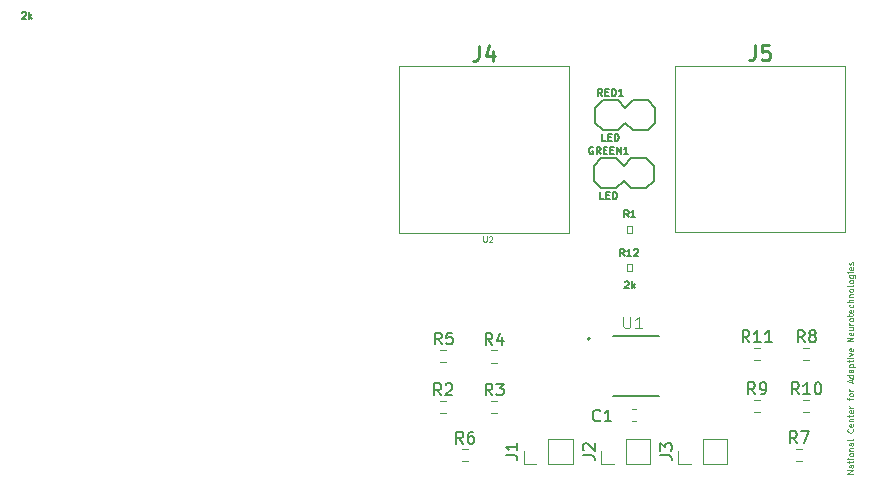
<source format=gbr>
%TF.GenerationSoftware,KiCad,Pcbnew,(5.99.0-9773-gf428ce03f2)*%
%TF.CreationDate,2021-05-10T10:20:16-04:00*%
%TF.ProjectId,D5XAMP_v4,44355841-4d50-45f7-9634-2e6b69636164,rev?*%
%TF.SameCoordinates,Original*%
%TF.FileFunction,Legend,Top*%
%TF.FilePolarity,Positive*%
%FSLAX46Y46*%
G04 Gerber Fmt 4.6, Leading zero omitted, Abs format (unit mm)*
G04 Created by KiCad (PCBNEW (5.99.0-9773-gf428ce03f2)) date 2021-05-10 10:20:16*
%MOMM*%
%LPD*%
G01*
G04 APERTURE LIST*
%ADD10C,0.125000*%
%ADD11C,0.150000*%
%ADD12C,0.127000*%
%ADD13C,0.015000*%
%ADD14C,0.254000*%
%ADD15C,0.120000*%
%ADD16C,0.203200*%
%ADD17C,0.066040*%
%ADD18C,0.100000*%
%ADD19C,0.200000*%
G04 APERTURE END LIST*
D10*
X60346190Y-53230476D02*
X59846190Y-53230476D01*
X60346190Y-52944761D01*
X59846190Y-52944761D01*
X60346190Y-52492380D02*
X60084285Y-52492380D01*
X60036666Y-52516190D01*
X60012857Y-52563809D01*
X60012857Y-52659047D01*
X60036666Y-52706666D01*
X60322380Y-52492380D02*
X60346190Y-52540000D01*
X60346190Y-52659047D01*
X60322380Y-52706666D01*
X60274761Y-52730476D01*
X60227142Y-52730476D01*
X60179523Y-52706666D01*
X60155714Y-52659047D01*
X60155714Y-52540000D01*
X60131904Y-52492380D01*
X60012857Y-52325714D02*
X60012857Y-52135238D01*
X59846190Y-52254285D02*
X60274761Y-52254285D01*
X60322380Y-52230476D01*
X60346190Y-52182857D01*
X60346190Y-52135238D01*
X60346190Y-51968571D02*
X60012857Y-51968571D01*
X59846190Y-51968571D02*
X59870000Y-51992380D01*
X59893809Y-51968571D01*
X59870000Y-51944761D01*
X59846190Y-51968571D01*
X59893809Y-51968571D01*
X60346190Y-51659047D02*
X60322380Y-51706666D01*
X60298571Y-51730476D01*
X60250952Y-51754285D01*
X60108095Y-51754285D01*
X60060476Y-51730476D01*
X60036666Y-51706666D01*
X60012857Y-51659047D01*
X60012857Y-51587619D01*
X60036666Y-51540000D01*
X60060476Y-51516190D01*
X60108095Y-51492380D01*
X60250952Y-51492380D01*
X60298571Y-51516190D01*
X60322380Y-51540000D01*
X60346190Y-51587619D01*
X60346190Y-51659047D01*
X60012857Y-51278095D02*
X60346190Y-51278095D01*
X60060476Y-51278095D02*
X60036666Y-51254285D01*
X60012857Y-51206666D01*
X60012857Y-51135238D01*
X60036666Y-51087619D01*
X60084285Y-51063809D01*
X60346190Y-51063809D01*
X60346190Y-50611428D02*
X60084285Y-50611428D01*
X60036666Y-50635238D01*
X60012857Y-50682857D01*
X60012857Y-50778095D01*
X60036666Y-50825714D01*
X60322380Y-50611428D02*
X60346190Y-50659047D01*
X60346190Y-50778095D01*
X60322380Y-50825714D01*
X60274761Y-50849523D01*
X60227142Y-50849523D01*
X60179523Y-50825714D01*
X60155714Y-50778095D01*
X60155714Y-50659047D01*
X60131904Y-50611428D01*
X60346190Y-50301904D02*
X60322380Y-50349523D01*
X60274761Y-50373333D01*
X59846190Y-50373333D01*
X60298571Y-49444761D02*
X60322380Y-49468571D01*
X60346190Y-49540000D01*
X60346190Y-49587619D01*
X60322380Y-49659047D01*
X60274761Y-49706666D01*
X60227142Y-49730476D01*
X60131904Y-49754285D01*
X60060476Y-49754285D01*
X59965238Y-49730476D01*
X59917619Y-49706666D01*
X59870000Y-49659047D01*
X59846190Y-49587619D01*
X59846190Y-49540000D01*
X59870000Y-49468571D01*
X59893809Y-49444761D01*
X60322380Y-49040000D02*
X60346190Y-49087619D01*
X60346190Y-49182857D01*
X60322380Y-49230476D01*
X60274761Y-49254285D01*
X60084285Y-49254285D01*
X60036666Y-49230476D01*
X60012857Y-49182857D01*
X60012857Y-49087619D01*
X60036666Y-49040000D01*
X60084285Y-49016190D01*
X60131904Y-49016190D01*
X60179523Y-49254285D01*
X60012857Y-48801904D02*
X60346190Y-48801904D01*
X60060476Y-48801904D02*
X60036666Y-48778095D01*
X60012857Y-48730476D01*
X60012857Y-48659047D01*
X60036666Y-48611428D01*
X60084285Y-48587619D01*
X60346190Y-48587619D01*
X60012857Y-48420952D02*
X60012857Y-48230476D01*
X59846190Y-48349523D02*
X60274761Y-48349523D01*
X60322380Y-48325714D01*
X60346190Y-48278095D01*
X60346190Y-48230476D01*
X60322380Y-47873333D02*
X60346190Y-47920952D01*
X60346190Y-48016190D01*
X60322380Y-48063809D01*
X60274761Y-48087619D01*
X60084285Y-48087619D01*
X60036666Y-48063809D01*
X60012857Y-48016190D01*
X60012857Y-47920952D01*
X60036666Y-47873333D01*
X60084285Y-47849523D01*
X60131904Y-47849523D01*
X60179523Y-48087619D01*
X60346190Y-47635238D02*
X60012857Y-47635238D01*
X60108095Y-47635238D02*
X60060476Y-47611428D01*
X60036666Y-47587619D01*
X60012857Y-47540000D01*
X60012857Y-47492380D01*
X60012857Y-47016190D02*
X60012857Y-46825714D01*
X60346190Y-46944761D02*
X59917619Y-46944761D01*
X59870000Y-46920952D01*
X59846190Y-46873333D01*
X59846190Y-46825714D01*
X60346190Y-46587619D02*
X60322380Y-46635238D01*
X60298571Y-46659047D01*
X60250952Y-46682857D01*
X60108095Y-46682857D01*
X60060476Y-46659047D01*
X60036666Y-46635238D01*
X60012857Y-46587619D01*
X60012857Y-46516190D01*
X60036666Y-46468571D01*
X60060476Y-46444761D01*
X60108095Y-46420952D01*
X60250952Y-46420952D01*
X60298571Y-46444761D01*
X60322380Y-46468571D01*
X60346190Y-46516190D01*
X60346190Y-46587619D01*
X60346190Y-46206666D02*
X60012857Y-46206666D01*
X60108095Y-46206666D02*
X60060476Y-46182857D01*
X60036666Y-46159047D01*
X60012857Y-46111428D01*
X60012857Y-46063809D01*
X60203333Y-45540000D02*
X60203333Y-45301904D01*
X60346190Y-45587619D02*
X59846190Y-45420952D01*
X60346190Y-45254285D01*
X60346190Y-44873333D02*
X59846190Y-44873333D01*
X60322380Y-44873333D02*
X60346190Y-44920952D01*
X60346190Y-45016190D01*
X60322380Y-45063809D01*
X60298571Y-45087619D01*
X60250952Y-45111428D01*
X60108095Y-45111428D01*
X60060476Y-45087619D01*
X60036666Y-45063809D01*
X60012857Y-45016190D01*
X60012857Y-44920952D01*
X60036666Y-44873333D01*
X60346190Y-44420952D02*
X60084285Y-44420952D01*
X60036666Y-44444761D01*
X60012857Y-44492380D01*
X60012857Y-44587619D01*
X60036666Y-44635238D01*
X60322380Y-44420952D02*
X60346190Y-44468571D01*
X60346190Y-44587619D01*
X60322380Y-44635238D01*
X60274761Y-44659047D01*
X60227142Y-44659047D01*
X60179523Y-44635238D01*
X60155714Y-44587619D01*
X60155714Y-44468571D01*
X60131904Y-44420952D01*
X60012857Y-44182857D02*
X60512857Y-44182857D01*
X60036666Y-44182857D02*
X60012857Y-44135238D01*
X60012857Y-44040000D01*
X60036666Y-43992380D01*
X60060476Y-43968571D01*
X60108095Y-43944761D01*
X60250952Y-43944761D01*
X60298571Y-43968571D01*
X60322380Y-43992380D01*
X60346190Y-44040000D01*
X60346190Y-44135238D01*
X60322380Y-44182857D01*
X60012857Y-43801904D02*
X60012857Y-43611428D01*
X59846190Y-43730476D02*
X60274761Y-43730476D01*
X60322380Y-43706666D01*
X60346190Y-43659047D01*
X60346190Y-43611428D01*
X60346190Y-43444761D02*
X60012857Y-43444761D01*
X59846190Y-43444761D02*
X59870000Y-43468571D01*
X59893809Y-43444761D01*
X59870000Y-43420952D01*
X59846190Y-43444761D01*
X59893809Y-43444761D01*
X60012857Y-43254285D02*
X60346190Y-43135238D01*
X60012857Y-43016190D01*
X60322380Y-42635238D02*
X60346190Y-42682857D01*
X60346190Y-42778095D01*
X60322380Y-42825714D01*
X60274761Y-42849523D01*
X60084285Y-42849523D01*
X60036666Y-42825714D01*
X60012857Y-42778095D01*
X60012857Y-42682857D01*
X60036666Y-42635238D01*
X60084285Y-42611428D01*
X60131904Y-42611428D01*
X60179523Y-42849523D01*
X60346190Y-42016190D02*
X59846190Y-42016190D01*
X60346190Y-41730476D01*
X59846190Y-41730476D01*
X60322380Y-41301904D02*
X60346190Y-41349523D01*
X60346190Y-41444761D01*
X60322380Y-41492380D01*
X60274761Y-41516190D01*
X60084285Y-41516190D01*
X60036666Y-41492380D01*
X60012857Y-41444761D01*
X60012857Y-41349523D01*
X60036666Y-41301904D01*
X60084285Y-41278095D01*
X60131904Y-41278095D01*
X60179523Y-41516190D01*
X60012857Y-40849523D02*
X60346190Y-40849523D01*
X60012857Y-41063809D02*
X60274761Y-41063809D01*
X60322380Y-41040000D01*
X60346190Y-40992380D01*
X60346190Y-40920952D01*
X60322380Y-40873333D01*
X60298571Y-40849523D01*
X60346190Y-40611428D02*
X60012857Y-40611428D01*
X60108095Y-40611428D02*
X60060476Y-40587619D01*
X60036666Y-40563809D01*
X60012857Y-40516190D01*
X60012857Y-40468571D01*
X60346190Y-40230476D02*
X60322380Y-40278095D01*
X60298571Y-40301904D01*
X60250952Y-40325714D01*
X60108095Y-40325714D01*
X60060476Y-40301904D01*
X60036666Y-40278095D01*
X60012857Y-40230476D01*
X60012857Y-40159047D01*
X60036666Y-40111428D01*
X60060476Y-40087619D01*
X60108095Y-40063809D01*
X60250952Y-40063809D01*
X60298571Y-40087619D01*
X60322380Y-40111428D01*
X60346190Y-40159047D01*
X60346190Y-40230476D01*
X60012857Y-39920952D02*
X60012857Y-39730476D01*
X59846190Y-39849523D02*
X60274761Y-39849523D01*
X60322380Y-39825714D01*
X60346190Y-39778095D01*
X60346190Y-39730476D01*
X60322380Y-39373333D02*
X60346190Y-39420952D01*
X60346190Y-39516190D01*
X60322380Y-39563809D01*
X60274761Y-39587619D01*
X60084285Y-39587619D01*
X60036666Y-39563809D01*
X60012857Y-39516190D01*
X60012857Y-39420952D01*
X60036666Y-39373333D01*
X60084285Y-39349523D01*
X60131904Y-39349523D01*
X60179523Y-39587619D01*
X60322380Y-38920952D02*
X60346190Y-38968571D01*
X60346190Y-39063809D01*
X60322380Y-39111428D01*
X60298571Y-39135238D01*
X60250952Y-39159047D01*
X60108095Y-39159047D01*
X60060476Y-39135238D01*
X60036666Y-39111428D01*
X60012857Y-39063809D01*
X60012857Y-38968571D01*
X60036666Y-38920952D01*
X60346190Y-38706666D02*
X59846190Y-38706666D01*
X60346190Y-38492380D02*
X60084285Y-38492380D01*
X60036666Y-38516190D01*
X60012857Y-38563809D01*
X60012857Y-38635238D01*
X60036666Y-38682857D01*
X60060476Y-38706666D01*
X60012857Y-38254285D02*
X60346190Y-38254285D01*
X60060476Y-38254285D02*
X60036666Y-38230476D01*
X60012857Y-38182857D01*
X60012857Y-38111428D01*
X60036666Y-38063809D01*
X60084285Y-38040000D01*
X60346190Y-38040000D01*
X60346190Y-37730476D02*
X60322380Y-37778095D01*
X60298571Y-37801904D01*
X60250952Y-37825714D01*
X60108095Y-37825714D01*
X60060476Y-37801904D01*
X60036666Y-37778095D01*
X60012857Y-37730476D01*
X60012857Y-37659047D01*
X60036666Y-37611428D01*
X60060476Y-37587619D01*
X60108095Y-37563809D01*
X60250952Y-37563809D01*
X60298571Y-37587619D01*
X60322380Y-37611428D01*
X60346190Y-37659047D01*
X60346190Y-37730476D01*
X60346190Y-37278095D02*
X60322380Y-37325714D01*
X60274761Y-37349523D01*
X59846190Y-37349523D01*
X60346190Y-37016190D02*
X60322380Y-37063809D01*
X60298571Y-37087619D01*
X60250952Y-37111428D01*
X60108095Y-37111428D01*
X60060476Y-37087619D01*
X60036666Y-37063809D01*
X60012857Y-37016190D01*
X60012857Y-36944761D01*
X60036666Y-36897142D01*
X60060476Y-36873333D01*
X60108095Y-36849523D01*
X60250952Y-36849523D01*
X60298571Y-36873333D01*
X60322380Y-36897142D01*
X60346190Y-36944761D01*
X60346190Y-37016190D01*
X60012857Y-36420952D02*
X60417619Y-36420952D01*
X60465238Y-36444761D01*
X60489047Y-36468571D01*
X60512857Y-36516190D01*
X60512857Y-36587619D01*
X60489047Y-36635238D01*
X60322380Y-36420952D02*
X60346190Y-36468571D01*
X60346190Y-36563809D01*
X60322380Y-36611428D01*
X60298571Y-36635238D01*
X60250952Y-36659047D01*
X60108095Y-36659047D01*
X60060476Y-36635238D01*
X60036666Y-36611428D01*
X60012857Y-36563809D01*
X60012857Y-36468571D01*
X60036666Y-36420952D01*
X60346190Y-36182857D02*
X60012857Y-36182857D01*
X59846190Y-36182857D02*
X59870000Y-36206666D01*
X59893809Y-36182857D01*
X59870000Y-36159047D01*
X59846190Y-36182857D01*
X59893809Y-36182857D01*
X60322380Y-35754285D02*
X60346190Y-35801904D01*
X60346190Y-35897142D01*
X60322380Y-35944761D01*
X60274761Y-35968571D01*
X60084285Y-35968571D01*
X60036666Y-35944761D01*
X60012857Y-35897142D01*
X60012857Y-35801904D01*
X60036666Y-35754285D01*
X60084285Y-35730476D01*
X60131904Y-35730476D01*
X60179523Y-35968571D01*
X60322380Y-35540000D02*
X60346190Y-35492380D01*
X60346190Y-35397142D01*
X60322380Y-35349523D01*
X60274761Y-35325714D01*
X60250952Y-35325714D01*
X60203333Y-35349523D01*
X60179523Y-35397142D01*
X60179523Y-35468571D01*
X60155714Y-35516190D01*
X60108095Y-35540000D01*
X60084285Y-35540000D01*
X60036666Y-35516190D01*
X60012857Y-35468571D01*
X60012857Y-35397142D01*
X60036666Y-35349523D01*
D11*
%TO.C,R9*%
X52033333Y-46502380D02*
X51700000Y-46026190D01*
X51461904Y-46502380D02*
X51461904Y-45502380D01*
X51842857Y-45502380D01*
X51938095Y-45550000D01*
X51985714Y-45597619D01*
X52033333Y-45692857D01*
X52033333Y-45835714D01*
X51985714Y-45930952D01*
X51938095Y-45978571D01*
X51842857Y-46026190D01*
X51461904Y-46026190D01*
X52509523Y-46502380D02*
X52700000Y-46502380D01*
X52795238Y-46454761D01*
X52842857Y-46407142D01*
X52938095Y-46264285D01*
X52985714Y-46073809D01*
X52985714Y-45692857D01*
X52938095Y-45597619D01*
X52890476Y-45550000D01*
X52795238Y-45502380D01*
X52604761Y-45502380D01*
X52509523Y-45550000D01*
X52461904Y-45597619D01*
X52414285Y-45692857D01*
X52414285Y-45930952D01*
X52461904Y-46026190D01*
X52509523Y-46073809D01*
X52604761Y-46121428D01*
X52795238Y-46121428D01*
X52890476Y-46073809D01*
X52938095Y-46026190D01*
X52985714Y-45930952D01*
%TO.C,R8*%
X56223333Y-42102380D02*
X55890000Y-41626190D01*
X55651904Y-42102380D02*
X55651904Y-41102380D01*
X56032857Y-41102380D01*
X56128095Y-41150000D01*
X56175714Y-41197619D01*
X56223333Y-41292857D01*
X56223333Y-41435714D01*
X56175714Y-41530952D01*
X56128095Y-41578571D01*
X56032857Y-41626190D01*
X55651904Y-41626190D01*
X56794761Y-41530952D02*
X56699523Y-41483333D01*
X56651904Y-41435714D01*
X56604285Y-41340476D01*
X56604285Y-41292857D01*
X56651904Y-41197619D01*
X56699523Y-41150000D01*
X56794761Y-41102380D01*
X56985238Y-41102380D01*
X57080476Y-41150000D01*
X57128095Y-41197619D01*
X57175714Y-41292857D01*
X57175714Y-41340476D01*
X57128095Y-41435714D01*
X57080476Y-41483333D01*
X56985238Y-41530952D01*
X56794761Y-41530952D01*
X56699523Y-41578571D01*
X56651904Y-41626190D01*
X56604285Y-41721428D01*
X56604285Y-41911904D01*
X56651904Y-42007142D01*
X56699523Y-42054761D01*
X56794761Y-42102380D01*
X56985238Y-42102380D01*
X57080476Y-42054761D01*
X57128095Y-42007142D01*
X57175714Y-41911904D01*
X57175714Y-41721428D01*
X57128095Y-41626190D01*
X57080476Y-41578571D01*
X56985238Y-41530952D01*
%TO.C,J2*%
X37462380Y-51673333D02*
X38176666Y-51673333D01*
X38319523Y-51720952D01*
X38414761Y-51816190D01*
X38462380Y-51959047D01*
X38462380Y-52054285D01*
X37557619Y-51244761D02*
X37510000Y-51197142D01*
X37462380Y-51101904D01*
X37462380Y-50863809D01*
X37510000Y-50768571D01*
X37557619Y-50720952D01*
X37652857Y-50673333D01*
X37748095Y-50673333D01*
X37890952Y-50720952D01*
X38462380Y-51292380D01*
X38462380Y-50673333D01*
D12*
%TO.C,GREEN1*%
X38323714Y-25590200D02*
X38265657Y-25561171D01*
X38178571Y-25561171D01*
X38091485Y-25590200D01*
X38033428Y-25648257D01*
X38004400Y-25706314D01*
X37975371Y-25822428D01*
X37975371Y-25909514D01*
X38004400Y-26025628D01*
X38033428Y-26083685D01*
X38091485Y-26141742D01*
X38178571Y-26170771D01*
X38236628Y-26170771D01*
X38323714Y-26141742D01*
X38352742Y-26112714D01*
X38352742Y-25909514D01*
X38236628Y-25909514D01*
X38962342Y-26170771D02*
X38759142Y-25880485D01*
X38614000Y-26170771D02*
X38614000Y-25561171D01*
X38846228Y-25561171D01*
X38904285Y-25590200D01*
X38933314Y-25619228D01*
X38962342Y-25677285D01*
X38962342Y-25764371D01*
X38933314Y-25822428D01*
X38904285Y-25851457D01*
X38846228Y-25880485D01*
X38614000Y-25880485D01*
X39223600Y-25851457D02*
X39426800Y-25851457D01*
X39513885Y-26170771D02*
X39223600Y-26170771D01*
X39223600Y-25561171D01*
X39513885Y-25561171D01*
X39775142Y-25851457D02*
X39978342Y-25851457D01*
X40065428Y-26170771D02*
X39775142Y-26170771D01*
X39775142Y-25561171D01*
X40065428Y-25561171D01*
X40326685Y-26170771D02*
X40326685Y-25561171D01*
X40675028Y-26170771D01*
X40675028Y-25561171D01*
X41284628Y-26170771D02*
X40936285Y-26170771D01*
X41110457Y-26170771D02*
X41110457Y-25561171D01*
X41052400Y-25648257D01*
X40994342Y-25706314D01*
X40936285Y-25735342D01*
X39238114Y-29980771D02*
X38947828Y-29980771D01*
X38947828Y-29371171D01*
X39441314Y-29661457D02*
X39644514Y-29661457D01*
X39731600Y-29980771D02*
X39441314Y-29980771D01*
X39441314Y-29371171D01*
X39731600Y-29371171D01*
X39992857Y-29980771D02*
X39992857Y-29371171D01*
X40138000Y-29371171D01*
X40225085Y-29400200D01*
X40283142Y-29458257D01*
X40312171Y-29516314D01*
X40341200Y-29632428D01*
X40341200Y-29719514D01*
X40312171Y-29835628D01*
X40283142Y-29893685D01*
X40225085Y-29951742D01*
X40138000Y-29980771D01*
X39992857Y-29980771D01*
%TO.C,R12*%
X40986474Y-34805771D02*
X40783274Y-34515485D01*
X40638131Y-34805771D02*
X40638131Y-34196171D01*
X40870360Y-34196171D01*
X40928417Y-34225200D01*
X40957445Y-34254228D01*
X40986474Y-34312285D01*
X40986474Y-34399371D01*
X40957445Y-34457428D01*
X40928417Y-34486457D01*
X40870360Y-34515485D01*
X40638131Y-34515485D01*
X41567045Y-34805771D02*
X41218702Y-34805771D01*
X41392874Y-34805771D02*
X41392874Y-34196171D01*
X41334817Y-34283257D01*
X41276760Y-34341314D01*
X41218702Y-34370342D01*
X41799274Y-34254228D02*
X41828302Y-34225200D01*
X41886360Y-34196171D01*
X42031502Y-34196171D01*
X42089560Y-34225200D01*
X42118588Y-34254228D01*
X42147617Y-34312285D01*
X42147617Y-34370342D01*
X42118588Y-34457428D01*
X41770245Y-34805771D01*
X42147617Y-34805771D01*
X41009085Y-36994228D02*
X41038114Y-36965200D01*
X41096171Y-36936171D01*
X41241314Y-36936171D01*
X41299371Y-36965200D01*
X41328400Y-36994228D01*
X41357428Y-37052285D01*
X41357428Y-37110342D01*
X41328400Y-37197428D01*
X40980057Y-37545771D01*
X41357428Y-37545771D01*
X41618685Y-37545771D02*
X41618685Y-36936171D01*
X41676742Y-37313542D02*
X41850914Y-37545771D01*
X41850914Y-37139371D02*
X41618685Y-37371600D01*
%TO.C,RED1*%
X39107828Y-21270771D02*
X38904628Y-20980485D01*
X38759485Y-21270771D02*
X38759485Y-20661171D01*
X38991714Y-20661171D01*
X39049771Y-20690200D01*
X39078800Y-20719228D01*
X39107828Y-20777285D01*
X39107828Y-20864371D01*
X39078800Y-20922428D01*
X39049771Y-20951457D01*
X38991714Y-20980485D01*
X38759485Y-20980485D01*
X39369085Y-20951457D02*
X39572285Y-20951457D01*
X39659371Y-21270771D02*
X39369085Y-21270771D01*
X39369085Y-20661171D01*
X39659371Y-20661171D01*
X39920628Y-21270771D02*
X39920628Y-20661171D01*
X40065771Y-20661171D01*
X40152857Y-20690200D01*
X40210914Y-20748257D01*
X40239942Y-20806314D01*
X40268971Y-20922428D01*
X40268971Y-21009514D01*
X40239942Y-21125628D01*
X40210914Y-21183685D01*
X40152857Y-21241742D01*
X40065771Y-21270771D01*
X39920628Y-21270771D01*
X40849542Y-21270771D02*
X40501200Y-21270771D01*
X40675371Y-21270771D02*
X40675371Y-20661171D01*
X40617314Y-20748257D01*
X40559257Y-20806314D01*
X40501200Y-20835342D01*
X39398114Y-25080771D02*
X39107828Y-25080771D01*
X39107828Y-24471171D01*
X39601314Y-24761457D02*
X39804514Y-24761457D01*
X39891600Y-25080771D02*
X39601314Y-25080771D01*
X39601314Y-24471171D01*
X39891600Y-24471171D01*
X40152857Y-25080771D02*
X40152857Y-24471171D01*
X40298000Y-24471171D01*
X40385085Y-24500200D01*
X40443142Y-24558257D01*
X40472171Y-24616314D01*
X40501200Y-24732428D01*
X40501200Y-24819514D01*
X40472171Y-24935628D01*
X40443142Y-24993685D01*
X40385085Y-25051742D01*
X40298000Y-25080771D01*
X40152857Y-25080771D01*
D13*
%TO.C,U2*%
X29033871Y-33137893D02*
X29033871Y-33526936D01*
X29056756Y-33572706D01*
X29079641Y-33595591D01*
X29125411Y-33618476D01*
X29216950Y-33618476D01*
X29262720Y-33595591D01*
X29285605Y-33572706D01*
X29308490Y-33526936D01*
X29308490Y-33137893D01*
X29514454Y-33183663D02*
X29537339Y-33160778D01*
X29583109Y-33137893D01*
X29697533Y-33137893D01*
X29743303Y-33160778D01*
X29766188Y-33183663D01*
X29789073Y-33229433D01*
X29789073Y-33275203D01*
X29766188Y-33343857D01*
X29491569Y-33618476D01*
X29789073Y-33618476D01*
D11*
%TO.C,J3*%
X44002380Y-51673333D02*
X44716666Y-51673333D01*
X44859523Y-51720952D01*
X44954761Y-51816190D01*
X45002380Y-51959047D01*
X45002380Y-52054285D01*
X44002380Y-51292380D02*
X44002380Y-50673333D01*
X44383333Y-51006666D01*
X44383333Y-50863809D01*
X44430952Y-50768571D01*
X44478571Y-50720952D01*
X44573809Y-50673333D01*
X44811904Y-50673333D01*
X44907142Y-50720952D01*
X44954761Y-50768571D01*
X45002380Y-50863809D01*
X45002380Y-51149523D01*
X44954761Y-51244761D01*
X44907142Y-51292380D01*
%TO.C,R4*%
X29795833Y-42332380D02*
X29462500Y-41856190D01*
X29224404Y-42332380D02*
X29224404Y-41332380D01*
X29605357Y-41332380D01*
X29700595Y-41380000D01*
X29748214Y-41427619D01*
X29795833Y-41522857D01*
X29795833Y-41665714D01*
X29748214Y-41760952D01*
X29700595Y-41808571D01*
X29605357Y-41856190D01*
X29224404Y-41856190D01*
X30652976Y-41665714D02*
X30652976Y-42332380D01*
X30414880Y-41284761D02*
X30176785Y-41999047D01*
X30795833Y-41999047D01*
%TO.C,R2*%
X25455833Y-46592380D02*
X25122500Y-46116190D01*
X24884404Y-46592380D02*
X24884404Y-45592380D01*
X25265357Y-45592380D01*
X25360595Y-45640000D01*
X25408214Y-45687619D01*
X25455833Y-45782857D01*
X25455833Y-45925714D01*
X25408214Y-46020952D01*
X25360595Y-46068571D01*
X25265357Y-46116190D01*
X24884404Y-46116190D01*
X25836785Y-45687619D02*
X25884404Y-45640000D01*
X25979642Y-45592380D01*
X26217738Y-45592380D01*
X26312976Y-45640000D01*
X26360595Y-45687619D01*
X26408214Y-45782857D01*
X26408214Y-45878095D01*
X26360595Y-46020952D01*
X25789166Y-46592380D01*
X26408214Y-46592380D01*
%TO.C,R3*%
X29785833Y-46602380D02*
X29452500Y-46126190D01*
X29214404Y-46602380D02*
X29214404Y-45602380D01*
X29595357Y-45602380D01*
X29690595Y-45650000D01*
X29738214Y-45697619D01*
X29785833Y-45792857D01*
X29785833Y-45935714D01*
X29738214Y-46030952D01*
X29690595Y-46078571D01*
X29595357Y-46126190D01*
X29214404Y-46126190D01*
X30119166Y-45602380D02*
X30738214Y-45602380D01*
X30404880Y-45983333D01*
X30547738Y-45983333D01*
X30642976Y-46030952D01*
X30690595Y-46078571D01*
X30738214Y-46173809D01*
X30738214Y-46411904D01*
X30690595Y-46507142D01*
X30642976Y-46554761D01*
X30547738Y-46602380D01*
X30262023Y-46602380D01*
X30166785Y-46554761D01*
X30119166Y-46507142D01*
D14*
%TO.C,J5*%
X52046666Y-16958255D02*
X52046666Y-17865398D01*
X51986190Y-18046827D01*
X51865238Y-18167779D01*
X51683809Y-18228255D01*
X51562857Y-18228255D01*
X53256190Y-16958255D02*
X52651428Y-16958255D01*
X52590952Y-17563017D01*
X52651428Y-17502541D01*
X52772380Y-17442065D01*
X53074761Y-17442065D01*
X53195714Y-17502541D01*
X53256190Y-17563017D01*
X53316666Y-17683970D01*
X53316666Y-17986351D01*
X53256190Y-18107303D01*
X53195714Y-18167779D01*
X53074761Y-18228255D01*
X52772380Y-18228255D01*
X52651428Y-18167779D01*
X52590952Y-18107303D01*
D13*
%TO.C,U1*%
X40893095Y-39927380D02*
X40893095Y-40736904D01*
X40940714Y-40832142D01*
X40988333Y-40879761D01*
X41083571Y-40927380D01*
X41274047Y-40927380D01*
X41369285Y-40879761D01*
X41416904Y-40832142D01*
X41464523Y-40736904D01*
X41464523Y-39927380D01*
X42464523Y-40927380D02*
X41893095Y-40927380D01*
X42178809Y-40927380D02*
X42178809Y-39927380D01*
X42083571Y-40070238D01*
X41988333Y-40165476D01*
X41893095Y-40213095D01*
D11*
%TO.C,R7*%
X55583333Y-50652380D02*
X55250000Y-50176190D01*
X55011904Y-50652380D02*
X55011904Y-49652380D01*
X55392857Y-49652380D01*
X55488095Y-49700000D01*
X55535714Y-49747619D01*
X55583333Y-49842857D01*
X55583333Y-49985714D01*
X55535714Y-50080952D01*
X55488095Y-50128571D01*
X55392857Y-50176190D01*
X55011904Y-50176190D01*
X55916666Y-49652380D02*
X56583333Y-49652380D01*
X56154761Y-50652380D01*
D12*
%TO.C,R1*%
X41328400Y-31525771D02*
X41125200Y-31235485D01*
X40980057Y-31525771D02*
X40980057Y-30916171D01*
X41212285Y-30916171D01*
X41270342Y-30945200D01*
X41299371Y-30974228D01*
X41328400Y-31032285D01*
X41328400Y-31119371D01*
X41299371Y-31177428D01*
X41270342Y-31206457D01*
X41212285Y-31235485D01*
X40980057Y-31235485D01*
X41908971Y-31525771D02*
X41560628Y-31525771D01*
X41734800Y-31525771D02*
X41734800Y-30916171D01*
X41676742Y-31003257D01*
X41618685Y-31061314D01*
X41560628Y-31090342D01*
X-10030914Y-14204228D02*
X-10001885Y-14175200D01*
X-9943828Y-14146171D01*
X-9798685Y-14146171D01*
X-9740628Y-14175200D01*
X-9711600Y-14204228D01*
X-9682571Y-14262285D01*
X-9682571Y-14320342D01*
X-9711600Y-14407428D01*
X-10059942Y-14755771D01*
X-9682571Y-14755771D01*
X-9421314Y-14755771D02*
X-9421314Y-14146171D01*
X-9363257Y-14523542D02*
X-9189085Y-14755771D01*
X-9189085Y-14349371D02*
X-9421314Y-14581600D01*
D11*
%TO.C,R11*%
X51557142Y-42102380D02*
X51223809Y-41626190D01*
X50985714Y-42102380D02*
X50985714Y-41102380D01*
X51366666Y-41102380D01*
X51461904Y-41150000D01*
X51509523Y-41197619D01*
X51557142Y-41292857D01*
X51557142Y-41435714D01*
X51509523Y-41530952D01*
X51461904Y-41578571D01*
X51366666Y-41626190D01*
X50985714Y-41626190D01*
X52509523Y-42102380D02*
X51938095Y-42102380D01*
X52223809Y-42102380D02*
X52223809Y-41102380D01*
X52128571Y-41245238D01*
X52033333Y-41340476D01*
X51938095Y-41388095D01*
X53461904Y-42102380D02*
X52890476Y-42102380D01*
X53176190Y-42102380D02*
X53176190Y-41102380D01*
X53080952Y-41245238D01*
X52985714Y-41340476D01*
X52890476Y-41388095D01*
%TO.C,R10*%
X55737142Y-46502380D02*
X55403809Y-46026190D01*
X55165714Y-46502380D02*
X55165714Y-45502380D01*
X55546666Y-45502380D01*
X55641904Y-45550000D01*
X55689523Y-45597619D01*
X55737142Y-45692857D01*
X55737142Y-45835714D01*
X55689523Y-45930952D01*
X55641904Y-45978571D01*
X55546666Y-46026190D01*
X55165714Y-46026190D01*
X56689523Y-46502380D02*
X56118095Y-46502380D01*
X56403809Y-46502380D02*
X56403809Y-45502380D01*
X56308571Y-45645238D01*
X56213333Y-45740476D01*
X56118095Y-45788095D01*
X57308571Y-45502380D02*
X57403809Y-45502380D01*
X57499047Y-45550000D01*
X57546666Y-45597619D01*
X57594285Y-45692857D01*
X57641904Y-45883333D01*
X57641904Y-46121428D01*
X57594285Y-46311904D01*
X57546666Y-46407142D01*
X57499047Y-46454761D01*
X57403809Y-46502380D01*
X57308571Y-46502380D01*
X57213333Y-46454761D01*
X57165714Y-46407142D01*
X57118095Y-46311904D01*
X57070476Y-46121428D01*
X57070476Y-45883333D01*
X57118095Y-45692857D01*
X57165714Y-45597619D01*
X57213333Y-45550000D01*
X57308571Y-45502380D01*
%TO.C,R6*%
X27315833Y-50682380D02*
X26982500Y-50206190D01*
X26744404Y-50682380D02*
X26744404Y-49682380D01*
X27125357Y-49682380D01*
X27220595Y-49730000D01*
X27268214Y-49777619D01*
X27315833Y-49872857D01*
X27315833Y-50015714D01*
X27268214Y-50110952D01*
X27220595Y-50158571D01*
X27125357Y-50206190D01*
X26744404Y-50206190D01*
X28172976Y-49682380D02*
X27982500Y-49682380D01*
X27887261Y-49730000D01*
X27839642Y-49777619D01*
X27744404Y-49920476D01*
X27696785Y-50110952D01*
X27696785Y-50491904D01*
X27744404Y-50587142D01*
X27792023Y-50634761D01*
X27887261Y-50682380D01*
X28077738Y-50682380D01*
X28172976Y-50634761D01*
X28220595Y-50587142D01*
X28268214Y-50491904D01*
X28268214Y-50253809D01*
X28220595Y-50158571D01*
X28172976Y-50110952D01*
X28077738Y-50063333D01*
X27887261Y-50063333D01*
X27792023Y-50110952D01*
X27744404Y-50158571D01*
X27696785Y-50253809D01*
D14*
%TO.C,J4*%
X28676666Y-16998255D02*
X28676666Y-17905398D01*
X28616190Y-18086827D01*
X28495238Y-18207779D01*
X28313809Y-18268255D01*
X28192857Y-18268255D01*
X29825714Y-17421589D02*
X29825714Y-18268255D01*
X29523333Y-16937779D02*
X29220952Y-17844922D01*
X30007142Y-17844922D01*
D11*
%TO.C,C1*%
X38923333Y-48717142D02*
X38875714Y-48764761D01*
X38732857Y-48812380D01*
X38637619Y-48812380D01*
X38494761Y-48764761D01*
X38399523Y-48669523D01*
X38351904Y-48574285D01*
X38304285Y-48383809D01*
X38304285Y-48240952D01*
X38351904Y-48050476D01*
X38399523Y-47955238D01*
X38494761Y-47860000D01*
X38637619Y-47812380D01*
X38732857Y-47812380D01*
X38875714Y-47860000D01*
X38923333Y-47907619D01*
X39875714Y-48812380D02*
X39304285Y-48812380D01*
X39590000Y-48812380D02*
X39590000Y-47812380D01*
X39494761Y-47955238D01*
X39399523Y-48050476D01*
X39304285Y-48098095D01*
%TO.C,J1*%
X30922380Y-51673333D02*
X31636666Y-51673333D01*
X31779523Y-51720952D01*
X31874761Y-51816190D01*
X31922380Y-51959047D01*
X31922380Y-52054285D01*
X31922380Y-50673333D02*
X31922380Y-51244761D01*
X31922380Y-50959047D02*
X30922380Y-50959047D01*
X31065238Y-51054285D01*
X31160476Y-51149523D01*
X31208095Y-51244761D01*
%TO.C,R5*%
X25495833Y-42292380D02*
X25162500Y-41816190D01*
X24924404Y-42292380D02*
X24924404Y-41292380D01*
X25305357Y-41292380D01*
X25400595Y-41340000D01*
X25448214Y-41387619D01*
X25495833Y-41482857D01*
X25495833Y-41625714D01*
X25448214Y-41720952D01*
X25400595Y-41768571D01*
X25305357Y-41816190D01*
X24924404Y-41816190D01*
X26400595Y-41292380D02*
X25924404Y-41292380D01*
X25876785Y-41768571D01*
X25924404Y-41720952D01*
X26019642Y-41673333D01*
X26257738Y-41673333D01*
X26352976Y-41720952D01*
X26400595Y-41768571D01*
X26448214Y-41863809D01*
X26448214Y-42101904D01*
X26400595Y-42197142D01*
X26352976Y-42244761D01*
X26257738Y-42292380D01*
X26019642Y-42292380D01*
X25924404Y-42244761D01*
X25876785Y-42197142D01*
D15*
%TO.C,R9*%
X51945276Y-48002500D02*
X52454724Y-48002500D01*
X51945276Y-46957500D02*
X52454724Y-46957500D01*
%TO.C,R8*%
X56135276Y-43602500D02*
X56644724Y-43602500D01*
X56135276Y-42557500D02*
X56644724Y-42557500D01*
%TO.C,J2*%
X43130000Y-52400000D02*
X43130000Y-50280000D01*
X41070000Y-52400000D02*
X41070000Y-50280000D01*
X41070000Y-50280000D02*
X43130000Y-50280000D01*
X39010000Y-52400000D02*
X39010000Y-51340000D01*
X41070000Y-52400000D02*
X43130000Y-52400000D01*
X40070000Y-52400000D02*
X39010000Y-52400000D01*
D16*
%TO.C,GREEN1*%
X38995000Y-26530000D02*
X40265000Y-26530000D01*
X42805000Y-29070000D02*
X41535000Y-29070000D01*
X41535000Y-29070000D02*
X40900000Y-28435000D01*
X41535000Y-26530000D02*
X42805000Y-26530000D01*
X42805000Y-26530000D02*
X43440000Y-27165000D01*
X38995000Y-26530000D02*
X38360000Y-27165000D01*
X38360000Y-28435000D02*
X38995000Y-29070000D01*
X43440000Y-28435000D02*
X42805000Y-29070000D01*
X43440000Y-27165000D02*
X43440000Y-28435000D01*
X38360000Y-27165000D02*
X38360000Y-28435000D01*
X40900000Y-28435000D02*
X40265000Y-29070000D01*
X40265000Y-26530000D02*
X40900000Y-27165000D01*
X40265000Y-29070000D02*
X38995000Y-29070000D01*
X40900000Y-27165000D02*
X41535000Y-26530000D01*
D17*
%TO.C,R12*%
X41180240Y-36099720D02*
X41576480Y-36099720D01*
X41576480Y-36099720D02*
X41576480Y-35500280D01*
X41180240Y-36099720D02*
X41180240Y-35500280D01*
X41180240Y-35500280D02*
X41576480Y-35500280D01*
D16*
%TO.C,RED1*%
X39155000Y-21630000D02*
X38520000Y-22265000D01*
X40425000Y-24170000D02*
X39155000Y-24170000D01*
X38520000Y-23535000D02*
X39155000Y-24170000D01*
X42965000Y-24170000D02*
X41695000Y-24170000D01*
X41695000Y-24170000D02*
X41060000Y-23535000D01*
X39155000Y-21630000D02*
X40425000Y-21630000D01*
X41060000Y-22265000D02*
X41695000Y-21630000D01*
X42965000Y-21630000D02*
X43600000Y-22265000D01*
X41695000Y-21630000D02*
X42965000Y-21630000D01*
X43600000Y-23535000D02*
X42965000Y-24170000D01*
X41060000Y-23535000D02*
X40425000Y-24170000D01*
X38520000Y-22265000D02*
X38520000Y-23535000D01*
X40425000Y-21630000D02*
X41060000Y-22265000D01*
X43600000Y-22265000D02*
X43600000Y-23535000D01*
D15*
%TO.C,J3*%
X47610000Y-50280000D02*
X49670000Y-50280000D01*
X45550000Y-52400000D02*
X45550000Y-51340000D01*
X47610000Y-52400000D02*
X47610000Y-50280000D01*
X46610000Y-52400000D02*
X45550000Y-52400000D01*
X49670000Y-52400000D02*
X49670000Y-50280000D01*
X47610000Y-52400000D02*
X49670000Y-52400000D01*
%TO.C,R4*%
X29707776Y-43832500D02*
X30217224Y-43832500D01*
X29707776Y-42787500D02*
X30217224Y-42787500D01*
%TO.C,R2*%
X25367776Y-47047500D02*
X25877224Y-47047500D01*
X25367776Y-48092500D02*
X25877224Y-48092500D01*
%TO.C,R3*%
X29697776Y-48102500D02*
X30207224Y-48102500D01*
X29697776Y-47057500D02*
X30207224Y-47057500D01*
D18*
%TO.C,J5*%
X59670000Y-32773732D02*
X45270000Y-32773732D01*
X59670000Y-18673732D02*
X59670000Y-32773732D01*
X45270000Y-32773732D02*
X45270000Y-18673732D01*
X45270000Y-18673732D02*
X59670000Y-18673732D01*
D12*
%TO.C,U1*%
X40032500Y-41585000D02*
X43927500Y-41585000D01*
X40032500Y-46635000D02*
X43927500Y-46635000D01*
D19*
X38040000Y-41805000D02*
G75*
G03*
X38040000Y-41805000I-100000J0D01*
G01*
D15*
%TO.C,R7*%
X55495276Y-51107500D02*
X56004724Y-51107500D01*
X55495276Y-52152500D02*
X56004724Y-52152500D01*
D17*
%TO.C,R1*%
X41231880Y-32220280D02*
X41628120Y-32220280D01*
X41628120Y-32819720D02*
X41628120Y-32220280D01*
X41231880Y-32819720D02*
X41628120Y-32819720D01*
X41231880Y-32819720D02*
X41231880Y-32220280D01*
D15*
%TO.C,R11*%
X51945276Y-42557500D02*
X52454724Y-42557500D01*
X51945276Y-43602500D02*
X52454724Y-43602500D01*
%TO.C,R10*%
X56125276Y-48002500D02*
X56634724Y-48002500D01*
X56125276Y-46957500D02*
X56634724Y-46957500D01*
%TO.C,R6*%
X27227776Y-51137500D02*
X27737224Y-51137500D01*
X27227776Y-52182500D02*
X27737224Y-52182500D01*
D18*
%TO.C,J4*%
X21900000Y-18713732D02*
X36300000Y-18713732D01*
X21900000Y-32813732D02*
X21900000Y-18713732D01*
X36300000Y-18713732D02*
X36300000Y-32813732D01*
X36300000Y-32813732D02*
X21900000Y-32813732D01*
D15*
%TO.C,C1*%
X41653733Y-48770000D02*
X41946267Y-48770000D01*
X41653733Y-47750000D02*
X41946267Y-47750000D01*
%TO.C,J1*%
X34530000Y-52400000D02*
X34530000Y-50280000D01*
X34530000Y-50280000D02*
X36590000Y-50280000D01*
X36590000Y-52400000D02*
X36590000Y-50280000D01*
X32470000Y-52400000D02*
X32470000Y-51340000D01*
X33530000Y-52400000D02*
X32470000Y-52400000D01*
X34530000Y-52400000D02*
X36590000Y-52400000D01*
%TO.C,R5*%
X25877224Y-42767500D02*
X25367776Y-42767500D01*
X25877224Y-43812500D02*
X25367776Y-43812500D01*
%TD*%
M02*

</source>
